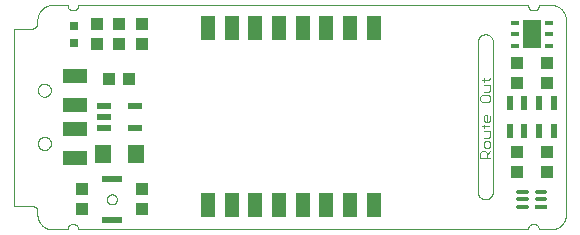
<source format=gtp>
G75*
%MOIN*%
%OFA0B0*%
%FSLAX25Y25*%
%IPPOS*%
%LPD*%
%AMOC8*
5,1,8,0,0,1.08239X$1,22.5*
%
%ADD10C,0.00000*%
%ADD11C,0.00200*%
%ADD12R,0.04724X0.07874*%
%ADD13R,0.02800X0.01600*%
%ADD14R,0.05900X0.09400*%
%ADD15R,0.03937X0.04331*%
%ADD16R,0.07874X0.04724*%
%ADD17R,0.04331X0.03937*%
%ADD18R,0.03150X0.03150*%
%ADD19R,0.04724X0.02165*%
%ADD20R,0.06693X0.02362*%
%ADD21R,0.05512X0.06299*%
%ADD22R,0.04134X0.01181*%
%ADD23C,0.01181*%
%ADD24R,0.01969X0.04724*%
D10*
X0059959Y0009119D02*
X0059959Y0068175D01*
X0065864Y0068175D01*
X0065864Y0068174D02*
X0065950Y0068176D01*
X0066036Y0068181D01*
X0066121Y0068191D01*
X0066206Y0068204D01*
X0066290Y0068221D01*
X0066374Y0068241D01*
X0066456Y0068265D01*
X0066537Y0068293D01*
X0066618Y0068324D01*
X0066696Y0068358D01*
X0066773Y0068396D01*
X0066849Y0068438D01*
X0066922Y0068482D01*
X0066993Y0068530D01*
X0067063Y0068581D01*
X0067130Y0068635D01*
X0067194Y0068691D01*
X0067256Y0068751D01*
X0067316Y0068813D01*
X0067372Y0068877D01*
X0067426Y0068944D01*
X0067477Y0069014D01*
X0067525Y0069085D01*
X0067569Y0069159D01*
X0067611Y0069234D01*
X0067649Y0069311D01*
X0067683Y0069389D01*
X0067714Y0069470D01*
X0067742Y0069551D01*
X0067766Y0069633D01*
X0067786Y0069717D01*
X0067803Y0069801D01*
X0067816Y0069886D01*
X0067826Y0069971D01*
X0067831Y0070057D01*
X0067833Y0070143D01*
X0067833Y0071049D01*
X0067835Y0071189D01*
X0067841Y0071329D01*
X0067851Y0071469D01*
X0067864Y0071609D01*
X0067882Y0071748D01*
X0067904Y0071887D01*
X0067929Y0072024D01*
X0067958Y0072162D01*
X0067991Y0072298D01*
X0068028Y0072433D01*
X0068069Y0072567D01*
X0068114Y0072700D01*
X0068162Y0072832D01*
X0068214Y0072962D01*
X0068269Y0073091D01*
X0068328Y0073218D01*
X0068391Y0073344D01*
X0068457Y0073468D01*
X0068526Y0073589D01*
X0068599Y0073709D01*
X0068676Y0073827D01*
X0068755Y0073942D01*
X0068838Y0074056D01*
X0068924Y0074166D01*
X0069013Y0074275D01*
X0069105Y0074381D01*
X0069200Y0074484D01*
X0069297Y0074585D01*
X0069398Y0074682D01*
X0069501Y0074777D01*
X0069607Y0074869D01*
X0069716Y0074958D01*
X0069826Y0075044D01*
X0069940Y0075127D01*
X0070055Y0075206D01*
X0070173Y0075283D01*
X0070293Y0075356D01*
X0070414Y0075425D01*
X0070538Y0075491D01*
X0070664Y0075554D01*
X0070791Y0075613D01*
X0070920Y0075668D01*
X0071050Y0075720D01*
X0071182Y0075768D01*
X0071315Y0075813D01*
X0071449Y0075854D01*
X0071584Y0075891D01*
X0071720Y0075924D01*
X0071858Y0075953D01*
X0071995Y0075978D01*
X0072134Y0076000D01*
X0072273Y0076018D01*
X0072413Y0076031D01*
X0072553Y0076041D01*
X0072693Y0076047D01*
X0072833Y0076049D01*
X0077963Y0076049D01*
X0077963Y0075617D01*
X0077965Y0075549D01*
X0077970Y0075482D01*
X0077979Y0075415D01*
X0077992Y0075348D01*
X0078009Y0075283D01*
X0078028Y0075218D01*
X0078052Y0075154D01*
X0078079Y0075092D01*
X0078109Y0075031D01*
X0078142Y0074973D01*
X0078178Y0074916D01*
X0078218Y0074861D01*
X0078260Y0074808D01*
X0078306Y0074757D01*
X0078353Y0074710D01*
X0078404Y0074664D01*
X0078457Y0074622D01*
X0078512Y0074582D01*
X0078569Y0074546D01*
X0078627Y0074513D01*
X0078688Y0074483D01*
X0078750Y0074456D01*
X0078814Y0074432D01*
X0078879Y0074413D01*
X0078944Y0074396D01*
X0079011Y0074383D01*
X0079078Y0074374D01*
X0079145Y0074369D01*
X0079213Y0074367D01*
X0080075Y0074367D01*
X0080143Y0074369D01*
X0080210Y0074374D01*
X0080277Y0074383D01*
X0080344Y0074396D01*
X0080409Y0074413D01*
X0080474Y0074432D01*
X0080538Y0074456D01*
X0080600Y0074483D01*
X0080661Y0074513D01*
X0080719Y0074546D01*
X0080776Y0074582D01*
X0080831Y0074622D01*
X0080884Y0074664D01*
X0080935Y0074710D01*
X0080982Y0074757D01*
X0081028Y0074808D01*
X0081070Y0074861D01*
X0081110Y0074916D01*
X0081146Y0074973D01*
X0081179Y0075031D01*
X0081209Y0075092D01*
X0081236Y0075154D01*
X0081260Y0075218D01*
X0081279Y0075283D01*
X0081296Y0075348D01*
X0081309Y0075415D01*
X0081318Y0075482D01*
X0081323Y0075549D01*
X0081325Y0075617D01*
X0081325Y0076049D01*
X0231506Y0076049D01*
X0231506Y0075617D01*
X0231508Y0075549D01*
X0231513Y0075482D01*
X0231522Y0075415D01*
X0231535Y0075348D01*
X0231552Y0075283D01*
X0231571Y0075218D01*
X0231595Y0075154D01*
X0231622Y0075092D01*
X0231652Y0075031D01*
X0231685Y0074973D01*
X0231721Y0074916D01*
X0231761Y0074861D01*
X0231803Y0074808D01*
X0231849Y0074757D01*
X0231896Y0074710D01*
X0231947Y0074664D01*
X0232000Y0074622D01*
X0232055Y0074582D01*
X0232112Y0074546D01*
X0232170Y0074513D01*
X0232231Y0074483D01*
X0232293Y0074456D01*
X0232357Y0074432D01*
X0232422Y0074413D01*
X0232487Y0074396D01*
X0232554Y0074383D01*
X0232621Y0074374D01*
X0232688Y0074369D01*
X0232756Y0074367D01*
X0233618Y0074367D01*
X0233686Y0074369D01*
X0233753Y0074374D01*
X0233820Y0074383D01*
X0233887Y0074396D01*
X0233952Y0074413D01*
X0234017Y0074432D01*
X0234081Y0074456D01*
X0234143Y0074483D01*
X0234204Y0074513D01*
X0234262Y0074546D01*
X0234319Y0074582D01*
X0234374Y0074622D01*
X0234427Y0074664D01*
X0234478Y0074710D01*
X0234525Y0074757D01*
X0234571Y0074808D01*
X0234613Y0074861D01*
X0234653Y0074916D01*
X0234689Y0074973D01*
X0234722Y0075031D01*
X0234752Y0075092D01*
X0234779Y0075154D01*
X0234803Y0075218D01*
X0234822Y0075283D01*
X0234839Y0075348D01*
X0234852Y0075415D01*
X0234861Y0075482D01*
X0234866Y0075549D01*
X0234868Y0075617D01*
X0234868Y0076049D01*
X0238998Y0076049D01*
X0239138Y0076047D01*
X0239278Y0076041D01*
X0239418Y0076031D01*
X0239558Y0076018D01*
X0239697Y0076000D01*
X0239836Y0075978D01*
X0239973Y0075953D01*
X0240111Y0075924D01*
X0240247Y0075891D01*
X0240382Y0075854D01*
X0240516Y0075813D01*
X0240649Y0075768D01*
X0240781Y0075720D01*
X0240911Y0075668D01*
X0241040Y0075613D01*
X0241167Y0075554D01*
X0241293Y0075491D01*
X0241417Y0075425D01*
X0241538Y0075356D01*
X0241658Y0075283D01*
X0241776Y0075206D01*
X0241891Y0075127D01*
X0242005Y0075044D01*
X0242115Y0074958D01*
X0242224Y0074869D01*
X0242330Y0074777D01*
X0242433Y0074682D01*
X0242534Y0074585D01*
X0242631Y0074484D01*
X0242726Y0074381D01*
X0242818Y0074275D01*
X0242907Y0074166D01*
X0242993Y0074056D01*
X0243076Y0073942D01*
X0243155Y0073827D01*
X0243232Y0073709D01*
X0243305Y0073589D01*
X0243374Y0073468D01*
X0243440Y0073344D01*
X0243503Y0073218D01*
X0243562Y0073091D01*
X0243617Y0072962D01*
X0243669Y0072832D01*
X0243717Y0072700D01*
X0243762Y0072567D01*
X0243803Y0072433D01*
X0243840Y0072298D01*
X0243873Y0072162D01*
X0243902Y0072024D01*
X0243927Y0071887D01*
X0243949Y0071748D01*
X0243967Y0071609D01*
X0243980Y0071469D01*
X0243990Y0071329D01*
X0243996Y0071189D01*
X0243998Y0071049D01*
X0243998Y0006245D01*
X0243996Y0006105D01*
X0243990Y0005965D01*
X0243980Y0005825D01*
X0243967Y0005685D01*
X0243949Y0005546D01*
X0243927Y0005407D01*
X0243902Y0005270D01*
X0243873Y0005132D01*
X0243840Y0004996D01*
X0243803Y0004861D01*
X0243762Y0004727D01*
X0243717Y0004594D01*
X0243669Y0004462D01*
X0243617Y0004332D01*
X0243562Y0004203D01*
X0243503Y0004076D01*
X0243440Y0003950D01*
X0243374Y0003826D01*
X0243305Y0003705D01*
X0243232Y0003585D01*
X0243155Y0003467D01*
X0243076Y0003352D01*
X0242993Y0003238D01*
X0242907Y0003128D01*
X0242818Y0003019D01*
X0242726Y0002913D01*
X0242631Y0002810D01*
X0242534Y0002709D01*
X0242433Y0002612D01*
X0242330Y0002517D01*
X0242224Y0002425D01*
X0242115Y0002336D01*
X0242005Y0002250D01*
X0241891Y0002167D01*
X0241776Y0002088D01*
X0241658Y0002011D01*
X0241538Y0001938D01*
X0241417Y0001869D01*
X0241293Y0001803D01*
X0241167Y0001740D01*
X0241040Y0001681D01*
X0240911Y0001626D01*
X0240781Y0001574D01*
X0240649Y0001526D01*
X0240516Y0001481D01*
X0240382Y0001440D01*
X0240247Y0001403D01*
X0240111Y0001370D01*
X0239973Y0001341D01*
X0239836Y0001316D01*
X0239697Y0001294D01*
X0239558Y0001276D01*
X0239418Y0001263D01*
X0239278Y0001253D01*
X0239138Y0001247D01*
X0238998Y0001245D01*
X0234868Y0001245D01*
X0234868Y0001677D01*
X0234866Y0001745D01*
X0234861Y0001812D01*
X0234852Y0001879D01*
X0234839Y0001946D01*
X0234822Y0002011D01*
X0234803Y0002076D01*
X0234779Y0002140D01*
X0234752Y0002202D01*
X0234722Y0002263D01*
X0234689Y0002321D01*
X0234653Y0002378D01*
X0234613Y0002433D01*
X0234571Y0002486D01*
X0234525Y0002537D01*
X0234478Y0002584D01*
X0234427Y0002630D01*
X0234374Y0002672D01*
X0234319Y0002712D01*
X0234262Y0002748D01*
X0234204Y0002781D01*
X0234143Y0002811D01*
X0234081Y0002838D01*
X0234017Y0002862D01*
X0233952Y0002881D01*
X0233887Y0002898D01*
X0233820Y0002911D01*
X0233753Y0002920D01*
X0233686Y0002925D01*
X0233618Y0002927D01*
X0232756Y0002927D01*
X0232688Y0002925D01*
X0232621Y0002920D01*
X0232554Y0002911D01*
X0232487Y0002898D01*
X0232422Y0002881D01*
X0232357Y0002862D01*
X0232293Y0002838D01*
X0232231Y0002811D01*
X0232170Y0002781D01*
X0232112Y0002748D01*
X0232055Y0002712D01*
X0232000Y0002672D01*
X0231947Y0002630D01*
X0231896Y0002584D01*
X0231849Y0002537D01*
X0231803Y0002486D01*
X0231761Y0002433D01*
X0231721Y0002378D01*
X0231685Y0002321D01*
X0231652Y0002263D01*
X0231622Y0002202D01*
X0231595Y0002140D01*
X0231571Y0002076D01*
X0231552Y0002011D01*
X0231535Y0001946D01*
X0231522Y0001879D01*
X0231513Y0001812D01*
X0231508Y0001745D01*
X0231506Y0001677D01*
X0231506Y0001245D01*
X0081325Y0001245D01*
X0081325Y0001677D01*
X0081323Y0001745D01*
X0081318Y0001812D01*
X0081309Y0001879D01*
X0081296Y0001946D01*
X0081279Y0002011D01*
X0081260Y0002076D01*
X0081236Y0002140D01*
X0081209Y0002202D01*
X0081179Y0002263D01*
X0081146Y0002321D01*
X0081110Y0002378D01*
X0081070Y0002433D01*
X0081028Y0002486D01*
X0080982Y0002537D01*
X0080935Y0002584D01*
X0080884Y0002630D01*
X0080831Y0002672D01*
X0080776Y0002712D01*
X0080719Y0002748D01*
X0080661Y0002781D01*
X0080600Y0002811D01*
X0080538Y0002838D01*
X0080474Y0002862D01*
X0080409Y0002881D01*
X0080344Y0002898D01*
X0080277Y0002911D01*
X0080210Y0002920D01*
X0080143Y0002925D01*
X0080075Y0002927D01*
X0079213Y0002927D01*
X0079145Y0002925D01*
X0079078Y0002920D01*
X0079011Y0002911D01*
X0078944Y0002898D01*
X0078879Y0002881D01*
X0078814Y0002862D01*
X0078750Y0002838D01*
X0078688Y0002811D01*
X0078627Y0002781D01*
X0078569Y0002748D01*
X0078512Y0002712D01*
X0078457Y0002672D01*
X0078404Y0002630D01*
X0078353Y0002584D01*
X0078306Y0002537D01*
X0078260Y0002486D01*
X0078218Y0002433D01*
X0078178Y0002378D01*
X0078142Y0002321D01*
X0078109Y0002263D01*
X0078079Y0002202D01*
X0078052Y0002140D01*
X0078028Y0002076D01*
X0078009Y0002011D01*
X0077992Y0001946D01*
X0077979Y0001879D01*
X0077970Y0001812D01*
X0077965Y0001745D01*
X0077963Y0001677D01*
X0077963Y0001245D01*
X0072833Y0001245D01*
X0072693Y0001247D01*
X0072553Y0001253D01*
X0072413Y0001263D01*
X0072273Y0001276D01*
X0072134Y0001294D01*
X0071995Y0001316D01*
X0071858Y0001341D01*
X0071720Y0001370D01*
X0071584Y0001403D01*
X0071449Y0001440D01*
X0071315Y0001481D01*
X0071182Y0001526D01*
X0071050Y0001574D01*
X0070920Y0001626D01*
X0070791Y0001681D01*
X0070664Y0001740D01*
X0070538Y0001803D01*
X0070414Y0001869D01*
X0070293Y0001938D01*
X0070173Y0002011D01*
X0070055Y0002088D01*
X0069940Y0002167D01*
X0069826Y0002250D01*
X0069716Y0002336D01*
X0069607Y0002425D01*
X0069501Y0002517D01*
X0069398Y0002612D01*
X0069297Y0002709D01*
X0069200Y0002810D01*
X0069105Y0002913D01*
X0069013Y0003019D01*
X0068924Y0003128D01*
X0068838Y0003238D01*
X0068755Y0003352D01*
X0068676Y0003467D01*
X0068599Y0003585D01*
X0068526Y0003705D01*
X0068457Y0003826D01*
X0068391Y0003950D01*
X0068328Y0004076D01*
X0068269Y0004203D01*
X0068214Y0004332D01*
X0068162Y0004462D01*
X0068114Y0004594D01*
X0068069Y0004727D01*
X0068028Y0004861D01*
X0067991Y0004996D01*
X0067958Y0005132D01*
X0067929Y0005270D01*
X0067904Y0005407D01*
X0067882Y0005546D01*
X0067864Y0005685D01*
X0067851Y0005825D01*
X0067841Y0005965D01*
X0067835Y0006105D01*
X0067833Y0006245D01*
X0067833Y0007151D01*
X0067831Y0007237D01*
X0067826Y0007323D01*
X0067816Y0007408D01*
X0067803Y0007493D01*
X0067786Y0007577D01*
X0067766Y0007661D01*
X0067742Y0007743D01*
X0067714Y0007824D01*
X0067683Y0007905D01*
X0067649Y0007983D01*
X0067611Y0008060D01*
X0067569Y0008136D01*
X0067525Y0008209D01*
X0067477Y0008280D01*
X0067426Y0008350D01*
X0067372Y0008417D01*
X0067316Y0008481D01*
X0067256Y0008543D01*
X0067194Y0008603D01*
X0067130Y0008659D01*
X0067063Y0008713D01*
X0066993Y0008764D01*
X0066922Y0008812D01*
X0066849Y0008856D01*
X0066773Y0008898D01*
X0066696Y0008936D01*
X0066618Y0008970D01*
X0066537Y0009001D01*
X0066456Y0009029D01*
X0066374Y0009053D01*
X0066290Y0009073D01*
X0066206Y0009090D01*
X0066121Y0009103D01*
X0066036Y0009113D01*
X0065950Y0009118D01*
X0065864Y0009120D01*
X0065864Y0009119D02*
X0059959Y0009119D01*
X0090975Y0011245D02*
X0090977Y0011326D01*
X0090983Y0011408D01*
X0090993Y0011489D01*
X0091007Y0011569D01*
X0091024Y0011648D01*
X0091046Y0011727D01*
X0091071Y0011804D01*
X0091100Y0011881D01*
X0091133Y0011955D01*
X0091170Y0012028D01*
X0091209Y0012099D01*
X0091253Y0012168D01*
X0091299Y0012235D01*
X0091349Y0012299D01*
X0091402Y0012361D01*
X0091458Y0012421D01*
X0091516Y0012477D01*
X0091578Y0012531D01*
X0091642Y0012582D01*
X0091708Y0012629D01*
X0091776Y0012673D01*
X0091847Y0012714D01*
X0091919Y0012751D01*
X0091994Y0012785D01*
X0092069Y0012815D01*
X0092147Y0012841D01*
X0092225Y0012864D01*
X0092304Y0012882D01*
X0092384Y0012897D01*
X0092465Y0012908D01*
X0092546Y0012915D01*
X0092628Y0012918D01*
X0092709Y0012917D01*
X0092790Y0012912D01*
X0092871Y0012903D01*
X0092952Y0012890D01*
X0093032Y0012873D01*
X0093110Y0012853D01*
X0093188Y0012828D01*
X0093265Y0012800D01*
X0093340Y0012768D01*
X0093413Y0012733D01*
X0093484Y0012694D01*
X0093554Y0012651D01*
X0093621Y0012606D01*
X0093687Y0012557D01*
X0093749Y0012505D01*
X0093809Y0012449D01*
X0093866Y0012391D01*
X0093921Y0012331D01*
X0093972Y0012267D01*
X0094020Y0012202D01*
X0094065Y0012134D01*
X0094107Y0012064D01*
X0094145Y0011992D01*
X0094180Y0011918D01*
X0094211Y0011843D01*
X0094238Y0011766D01*
X0094261Y0011688D01*
X0094281Y0011609D01*
X0094297Y0011529D01*
X0094309Y0011448D01*
X0094317Y0011367D01*
X0094321Y0011286D01*
X0094321Y0011204D01*
X0094317Y0011123D01*
X0094309Y0011042D01*
X0094297Y0010961D01*
X0094281Y0010881D01*
X0094261Y0010802D01*
X0094238Y0010724D01*
X0094211Y0010647D01*
X0094180Y0010572D01*
X0094145Y0010498D01*
X0094107Y0010426D01*
X0094065Y0010356D01*
X0094020Y0010288D01*
X0093972Y0010223D01*
X0093921Y0010159D01*
X0093866Y0010099D01*
X0093809Y0010041D01*
X0093749Y0009985D01*
X0093687Y0009933D01*
X0093621Y0009884D01*
X0093554Y0009839D01*
X0093485Y0009796D01*
X0093413Y0009757D01*
X0093340Y0009722D01*
X0093265Y0009690D01*
X0093188Y0009662D01*
X0093110Y0009637D01*
X0093032Y0009617D01*
X0092952Y0009600D01*
X0092871Y0009587D01*
X0092790Y0009578D01*
X0092709Y0009573D01*
X0092628Y0009572D01*
X0092546Y0009575D01*
X0092465Y0009582D01*
X0092384Y0009593D01*
X0092304Y0009608D01*
X0092225Y0009626D01*
X0092147Y0009649D01*
X0092069Y0009675D01*
X0091994Y0009705D01*
X0091919Y0009739D01*
X0091847Y0009776D01*
X0091776Y0009817D01*
X0091708Y0009861D01*
X0091642Y0009908D01*
X0091578Y0009959D01*
X0091516Y0010013D01*
X0091458Y0010069D01*
X0091402Y0010129D01*
X0091349Y0010191D01*
X0091299Y0010255D01*
X0091253Y0010322D01*
X0091209Y0010391D01*
X0091170Y0010462D01*
X0091133Y0010535D01*
X0091100Y0010609D01*
X0091071Y0010686D01*
X0091046Y0010763D01*
X0091024Y0010842D01*
X0091007Y0010921D01*
X0090993Y0011001D01*
X0090983Y0011082D01*
X0090977Y0011164D01*
X0090975Y0011245D01*
X0067983Y0029887D02*
X0067985Y0029980D01*
X0067991Y0030072D01*
X0068001Y0030164D01*
X0068015Y0030255D01*
X0068032Y0030346D01*
X0068054Y0030436D01*
X0068079Y0030525D01*
X0068108Y0030613D01*
X0068141Y0030699D01*
X0068178Y0030784D01*
X0068218Y0030868D01*
X0068262Y0030949D01*
X0068309Y0031029D01*
X0068359Y0031107D01*
X0068413Y0031182D01*
X0068470Y0031255D01*
X0068530Y0031325D01*
X0068593Y0031393D01*
X0068659Y0031458D01*
X0068727Y0031520D01*
X0068798Y0031580D01*
X0068872Y0031636D01*
X0068948Y0031689D01*
X0069026Y0031738D01*
X0069106Y0031785D01*
X0069188Y0031827D01*
X0069272Y0031867D01*
X0069357Y0031902D01*
X0069444Y0031934D01*
X0069532Y0031963D01*
X0069621Y0031987D01*
X0069711Y0032008D01*
X0069802Y0032024D01*
X0069894Y0032037D01*
X0069986Y0032046D01*
X0070079Y0032051D01*
X0070171Y0032052D01*
X0070264Y0032049D01*
X0070356Y0032042D01*
X0070448Y0032031D01*
X0070539Y0032016D01*
X0070630Y0031998D01*
X0070720Y0031975D01*
X0070808Y0031949D01*
X0070896Y0031919D01*
X0070982Y0031885D01*
X0071066Y0031848D01*
X0071149Y0031806D01*
X0071230Y0031762D01*
X0071310Y0031714D01*
X0071387Y0031663D01*
X0071461Y0031608D01*
X0071534Y0031550D01*
X0071604Y0031490D01*
X0071671Y0031426D01*
X0071735Y0031360D01*
X0071797Y0031290D01*
X0071855Y0031219D01*
X0071910Y0031145D01*
X0071962Y0031068D01*
X0072011Y0030989D01*
X0072057Y0030909D01*
X0072099Y0030826D01*
X0072137Y0030742D01*
X0072172Y0030656D01*
X0072203Y0030569D01*
X0072230Y0030481D01*
X0072253Y0030391D01*
X0072273Y0030301D01*
X0072289Y0030210D01*
X0072301Y0030118D01*
X0072309Y0030026D01*
X0072313Y0029933D01*
X0072313Y0029841D01*
X0072309Y0029748D01*
X0072301Y0029656D01*
X0072289Y0029564D01*
X0072273Y0029473D01*
X0072253Y0029383D01*
X0072230Y0029293D01*
X0072203Y0029205D01*
X0072172Y0029118D01*
X0072137Y0029032D01*
X0072099Y0028948D01*
X0072057Y0028865D01*
X0072011Y0028785D01*
X0071962Y0028706D01*
X0071910Y0028629D01*
X0071855Y0028555D01*
X0071797Y0028484D01*
X0071735Y0028414D01*
X0071671Y0028348D01*
X0071604Y0028284D01*
X0071534Y0028224D01*
X0071461Y0028166D01*
X0071387Y0028111D01*
X0071310Y0028060D01*
X0071231Y0028012D01*
X0071149Y0027968D01*
X0071066Y0027926D01*
X0070982Y0027889D01*
X0070896Y0027855D01*
X0070808Y0027825D01*
X0070720Y0027799D01*
X0070630Y0027776D01*
X0070539Y0027758D01*
X0070448Y0027743D01*
X0070356Y0027732D01*
X0070264Y0027725D01*
X0070171Y0027722D01*
X0070079Y0027723D01*
X0069986Y0027728D01*
X0069894Y0027737D01*
X0069802Y0027750D01*
X0069711Y0027766D01*
X0069621Y0027787D01*
X0069532Y0027811D01*
X0069444Y0027840D01*
X0069357Y0027872D01*
X0069272Y0027907D01*
X0069188Y0027947D01*
X0069106Y0027989D01*
X0069026Y0028036D01*
X0068948Y0028085D01*
X0068872Y0028138D01*
X0068798Y0028194D01*
X0068727Y0028254D01*
X0068659Y0028316D01*
X0068593Y0028381D01*
X0068530Y0028449D01*
X0068470Y0028519D01*
X0068413Y0028592D01*
X0068359Y0028667D01*
X0068309Y0028745D01*
X0068262Y0028825D01*
X0068218Y0028906D01*
X0068178Y0028990D01*
X0068141Y0029075D01*
X0068108Y0029161D01*
X0068079Y0029249D01*
X0068054Y0029338D01*
X0068032Y0029428D01*
X0068015Y0029519D01*
X0068001Y0029610D01*
X0067991Y0029702D01*
X0067985Y0029794D01*
X0067983Y0029887D01*
X0067983Y0047604D02*
X0067985Y0047697D01*
X0067991Y0047789D01*
X0068001Y0047881D01*
X0068015Y0047972D01*
X0068032Y0048063D01*
X0068054Y0048153D01*
X0068079Y0048242D01*
X0068108Y0048330D01*
X0068141Y0048416D01*
X0068178Y0048501D01*
X0068218Y0048585D01*
X0068262Y0048666D01*
X0068309Y0048746D01*
X0068359Y0048824D01*
X0068413Y0048899D01*
X0068470Y0048972D01*
X0068530Y0049042D01*
X0068593Y0049110D01*
X0068659Y0049175D01*
X0068727Y0049237D01*
X0068798Y0049297D01*
X0068872Y0049353D01*
X0068948Y0049406D01*
X0069026Y0049455D01*
X0069106Y0049502D01*
X0069188Y0049544D01*
X0069272Y0049584D01*
X0069357Y0049619D01*
X0069444Y0049651D01*
X0069532Y0049680D01*
X0069621Y0049704D01*
X0069711Y0049725D01*
X0069802Y0049741D01*
X0069894Y0049754D01*
X0069986Y0049763D01*
X0070079Y0049768D01*
X0070171Y0049769D01*
X0070264Y0049766D01*
X0070356Y0049759D01*
X0070448Y0049748D01*
X0070539Y0049733D01*
X0070630Y0049715D01*
X0070720Y0049692D01*
X0070808Y0049666D01*
X0070896Y0049636D01*
X0070982Y0049602D01*
X0071066Y0049565D01*
X0071149Y0049523D01*
X0071230Y0049479D01*
X0071310Y0049431D01*
X0071387Y0049380D01*
X0071461Y0049325D01*
X0071534Y0049267D01*
X0071604Y0049207D01*
X0071671Y0049143D01*
X0071735Y0049077D01*
X0071797Y0049007D01*
X0071855Y0048936D01*
X0071910Y0048862D01*
X0071962Y0048785D01*
X0072011Y0048706D01*
X0072057Y0048626D01*
X0072099Y0048543D01*
X0072137Y0048459D01*
X0072172Y0048373D01*
X0072203Y0048286D01*
X0072230Y0048198D01*
X0072253Y0048108D01*
X0072273Y0048018D01*
X0072289Y0047927D01*
X0072301Y0047835D01*
X0072309Y0047743D01*
X0072313Y0047650D01*
X0072313Y0047558D01*
X0072309Y0047465D01*
X0072301Y0047373D01*
X0072289Y0047281D01*
X0072273Y0047190D01*
X0072253Y0047100D01*
X0072230Y0047010D01*
X0072203Y0046922D01*
X0072172Y0046835D01*
X0072137Y0046749D01*
X0072099Y0046665D01*
X0072057Y0046582D01*
X0072011Y0046502D01*
X0071962Y0046423D01*
X0071910Y0046346D01*
X0071855Y0046272D01*
X0071797Y0046201D01*
X0071735Y0046131D01*
X0071671Y0046065D01*
X0071604Y0046001D01*
X0071534Y0045941D01*
X0071461Y0045883D01*
X0071387Y0045828D01*
X0071310Y0045777D01*
X0071231Y0045729D01*
X0071149Y0045685D01*
X0071066Y0045643D01*
X0070982Y0045606D01*
X0070896Y0045572D01*
X0070808Y0045542D01*
X0070720Y0045516D01*
X0070630Y0045493D01*
X0070539Y0045475D01*
X0070448Y0045460D01*
X0070356Y0045449D01*
X0070264Y0045442D01*
X0070171Y0045439D01*
X0070079Y0045440D01*
X0069986Y0045445D01*
X0069894Y0045454D01*
X0069802Y0045467D01*
X0069711Y0045483D01*
X0069621Y0045504D01*
X0069532Y0045528D01*
X0069444Y0045557D01*
X0069357Y0045589D01*
X0069272Y0045624D01*
X0069188Y0045664D01*
X0069106Y0045706D01*
X0069026Y0045753D01*
X0068948Y0045802D01*
X0068872Y0045855D01*
X0068798Y0045911D01*
X0068727Y0045971D01*
X0068659Y0046033D01*
X0068593Y0046098D01*
X0068530Y0046166D01*
X0068470Y0046236D01*
X0068413Y0046309D01*
X0068359Y0046384D01*
X0068309Y0046462D01*
X0068262Y0046542D01*
X0068218Y0046623D01*
X0068178Y0046707D01*
X0068141Y0046792D01*
X0068108Y0046878D01*
X0068079Y0046966D01*
X0068054Y0047055D01*
X0068032Y0047145D01*
X0068015Y0047236D01*
X0068001Y0047327D01*
X0067991Y0047419D01*
X0067985Y0047511D01*
X0067983Y0047604D01*
X0214648Y0063745D02*
X0214648Y0013745D01*
X0217148Y0011245D02*
X0217246Y0011247D01*
X0217344Y0011253D01*
X0217442Y0011262D01*
X0217539Y0011276D01*
X0217636Y0011293D01*
X0217732Y0011314D01*
X0217827Y0011339D01*
X0217921Y0011367D01*
X0218013Y0011400D01*
X0218105Y0011435D01*
X0218195Y0011475D01*
X0218283Y0011517D01*
X0218370Y0011564D01*
X0218454Y0011613D01*
X0218537Y0011666D01*
X0218617Y0011722D01*
X0218696Y0011782D01*
X0218772Y0011844D01*
X0218845Y0011909D01*
X0218916Y0011977D01*
X0218984Y0012048D01*
X0219049Y0012121D01*
X0219111Y0012197D01*
X0219171Y0012276D01*
X0219227Y0012356D01*
X0219280Y0012439D01*
X0219329Y0012523D01*
X0219376Y0012610D01*
X0219418Y0012698D01*
X0219458Y0012788D01*
X0219493Y0012880D01*
X0219526Y0012972D01*
X0219554Y0013066D01*
X0219579Y0013161D01*
X0219600Y0013257D01*
X0219617Y0013354D01*
X0219631Y0013451D01*
X0219640Y0013549D01*
X0219646Y0013647D01*
X0219648Y0013745D01*
X0219648Y0063745D01*
X0217148Y0066245D02*
X0217050Y0066243D01*
X0216952Y0066237D01*
X0216854Y0066228D01*
X0216757Y0066214D01*
X0216660Y0066197D01*
X0216564Y0066176D01*
X0216469Y0066151D01*
X0216375Y0066123D01*
X0216283Y0066090D01*
X0216191Y0066055D01*
X0216101Y0066015D01*
X0216013Y0065973D01*
X0215926Y0065926D01*
X0215842Y0065877D01*
X0215759Y0065824D01*
X0215679Y0065768D01*
X0215600Y0065708D01*
X0215524Y0065646D01*
X0215451Y0065581D01*
X0215380Y0065513D01*
X0215312Y0065442D01*
X0215247Y0065369D01*
X0215185Y0065293D01*
X0215125Y0065214D01*
X0215069Y0065134D01*
X0215016Y0065051D01*
X0214967Y0064967D01*
X0214920Y0064880D01*
X0214878Y0064792D01*
X0214838Y0064702D01*
X0214803Y0064610D01*
X0214770Y0064518D01*
X0214742Y0064424D01*
X0214717Y0064329D01*
X0214696Y0064233D01*
X0214679Y0064136D01*
X0214665Y0064039D01*
X0214656Y0063941D01*
X0214650Y0063843D01*
X0214648Y0063745D01*
X0217148Y0066245D02*
X0217246Y0066243D01*
X0217344Y0066237D01*
X0217442Y0066228D01*
X0217539Y0066214D01*
X0217636Y0066197D01*
X0217732Y0066176D01*
X0217827Y0066151D01*
X0217921Y0066123D01*
X0218013Y0066090D01*
X0218105Y0066055D01*
X0218195Y0066015D01*
X0218283Y0065973D01*
X0218370Y0065926D01*
X0218454Y0065877D01*
X0218537Y0065824D01*
X0218617Y0065768D01*
X0218696Y0065708D01*
X0218772Y0065646D01*
X0218845Y0065581D01*
X0218916Y0065513D01*
X0218984Y0065442D01*
X0219049Y0065369D01*
X0219111Y0065293D01*
X0219171Y0065214D01*
X0219227Y0065134D01*
X0219280Y0065051D01*
X0219329Y0064967D01*
X0219376Y0064880D01*
X0219418Y0064792D01*
X0219458Y0064702D01*
X0219493Y0064610D01*
X0219526Y0064518D01*
X0219554Y0064424D01*
X0219579Y0064329D01*
X0219600Y0064233D01*
X0219617Y0064136D01*
X0219631Y0064039D01*
X0219640Y0063941D01*
X0219646Y0063843D01*
X0219648Y0063745D01*
X0214648Y0013745D02*
X0214650Y0013647D01*
X0214656Y0013549D01*
X0214665Y0013451D01*
X0214679Y0013354D01*
X0214696Y0013257D01*
X0214717Y0013161D01*
X0214742Y0013066D01*
X0214770Y0012972D01*
X0214803Y0012880D01*
X0214838Y0012788D01*
X0214878Y0012698D01*
X0214920Y0012610D01*
X0214967Y0012523D01*
X0215016Y0012439D01*
X0215069Y0012356D01*
X0215125Y0012276D01*
X0215185Y0012197D01*
X0215247Y0012121D01*
X0215312Y0012048D01*
X0215380Y0011977D01*
X0215451Y0011909D01*
X0215524Y0011844D01*
X0215600Y0011782D01*
X0215679Y0011722D01*
X0215759Y0011666D01*
X0215842Y0011613D01*
X0215926Y0011564D01*
X0216013Y0011517D01*
X0216101Y0011475D01*
X0216191Y0011435D01*
X0216283Y0011400D01*
X0216375Y0011367D01*
X0216469Y0011339D01*
X0216564Y0011314D01*
X0216660Y0011293D01*
X0216757Y0011276D01*
X0216854Y0011262D01*
X0216952Y0011253D01*
X0217050Y0011247D01*
X0217148Y0011245D01*
D11*
X0217713Y0025034D02*
X0217713Y0026735D01*
X0217146Y0027302D01*
X0216012Y0027302D01*
X0215445Y0026735D01*
X0215445Y0025034D01*
X0218848Y0025034D01*
X0217713Y0026168D02*
X0218848Y0027302D01*
X0218280Y0028348D02*
X0217146Y0028348D01*
X0216579Y0028916D01*
X0216579Y0030050D01*
X0217146Y0030617D01*
X0218280Y0030617D01*
X0218848Y0030050D01*
X0218848Y0028916D01*
X0218280Y0028348D01*
X0218280Y0031663D02*
X0216579Y0031663D01*
X0218280Y0031663D02*
X0218848Y0032230D01*
X0218848Y0033932D01*
X0216579Y0033932D01*
X0216579Y0034978D02*
X0216579Y0036112D01*
X0216012Y0035545D02*
X0218280Y0035545D01*
X0218848Y0036112D01*
X0218280Y0037188D02*
X0217146Y0037188D01*
X0216579Y0037755D01*
X0216579Y0038889D01*
X0217146Y0039457D01*
X0217713Y0039457D01*
X0217713Y0037188D01*
X0218280Y0037188D02*
X0218848Y0037755D01*
X0218848Y0038889D01*
X0218280Y0043818D02*
X0216012Y0043818D01*
X0215445Y0044385D01*
X0215445Y0045519D01*
X0216012Y0046086D01*
X0218280Y0046086D01*
X0218848Y0045519D01*
X0218848Y0044385D01*
X0218280Y0043818D01*
X0218280Y0047132D02*
X0216579Y0047132D01*
X0218280Y0047132D02*
X0218848Y0047700D01*
X0218848Y0049401D01*
X0216579Y0049401D01*
X0216579Y0050447D02*
X0216579Y0051582D01*
X0216012Y0051014D02*
X0218280Y0051014D01*
X0218848Y0051582D01*
D12*
X0179864Y0068273D03*
X0171990Y0068273D03*
X0164116Y0068273D03*
X0156242Y0068273D03*
X0148368Y0068273D03*
X0140494Y0068273D03*
X0132620Y0068273D03*
X0124746Y0068273D03*
X0124746Y0009218D03*
X0132620Y0009218D03*
X0140494Y0009218D03*
X0148368Y0009218D03*
X0156242Y0009218D03*
X0164116Y0009218D03*
X0171990Y0009218D03*
X0179864Y0009218D03*
D13*
X0226948Y0062345D03*
X0226948Y0066245D03*
X0226948Y0070145D03*
X0238348Y0070145D03*
X0238348Y0066245D03*
X0238348Y0062345D03*
D14*
X0232648Y0066245D03*
D15*
X0237648Y0056592D03*
X0227648Y0056592D03*
X0227648Y0049899D03*
X0237648Y0049899D03*
X0237648Y0027092D03*
X0227648Y0027092D03*
X0227648Y0020399D03*
X0237648Y0020399D03*
X0102648Y0014592D03*
X0102648Y0007899D03*
X0082648Y0007899D03*
X0082648Y0014592D03*
X0087648Y0062899D03*
X0095148Y0062899D03*
X0102648Y0062899D03*
X0102648Y0069592D03*
X0095148Y0069592D03*
X0087648Y0069592D03*
D16*
X0080384Y0052525D03*
X0080384Y0042682D03*
X0080384Y0034808D03*
X0080384Y0024966D03*
D17*
X0091801Y0051245D03*
X0098494Y0051245D03*
D18*
X0080148Y0063293D03*
X0080148Y0069198D03*
D19*
X0090029Y0042486D03*
X0100266Y0042486D03*
X0090029Y0038745D03*
X0090029Y0035005D03*
X0100266Y0035005D03*
D20*
X0092648Y0018135D03*
X0092648Y0004356D03*
D21*
X0089636Y0026245D03*
X0100659Y0026245D03*
D22*
X0235699Y0008686D03*
D23*
X0234222Y0011245D02*
X0237176Y0011245D01*
X0237176Y0011245D01*
X0234222Y0011245D01*
X0234222Y0011245D01*
X0231073Y0011245D02*
X0228119Y0011245D01*
X0231073Y0011245D02*
X0231073Y0011245D01*
X0228119Y0011245D01*
X0228119Y0011245D01*
X0228119Y0008686D02*
X0231073Y0008686D01*
X0231073Y0008686D01*
X0228119Y0008686D01*
X0228119Y0008686D01*
X0228119Y0013804D02*
X0231073Y0013804D01*
X0231073Y0013804D01*
X0228119Y0013804D01*
X0228119Y0013804D01*
X0234222Y0013804D02*
X0237176Y0013804D01*
X0237176Y0013804D01*
X0234222Y0013804D01*
X0234222Y0013804D01*
D24*
X0235108Y0034021D03*
X0230187Y0034021D03*
X0225266Y0034021D03*
X0240030Y0034021D03*
X0240030Y0043470D03*
X0235108Y0043470D03*
X0230187Y0043470D03*
X0225266Y0043470D03*
M02*

</source>
